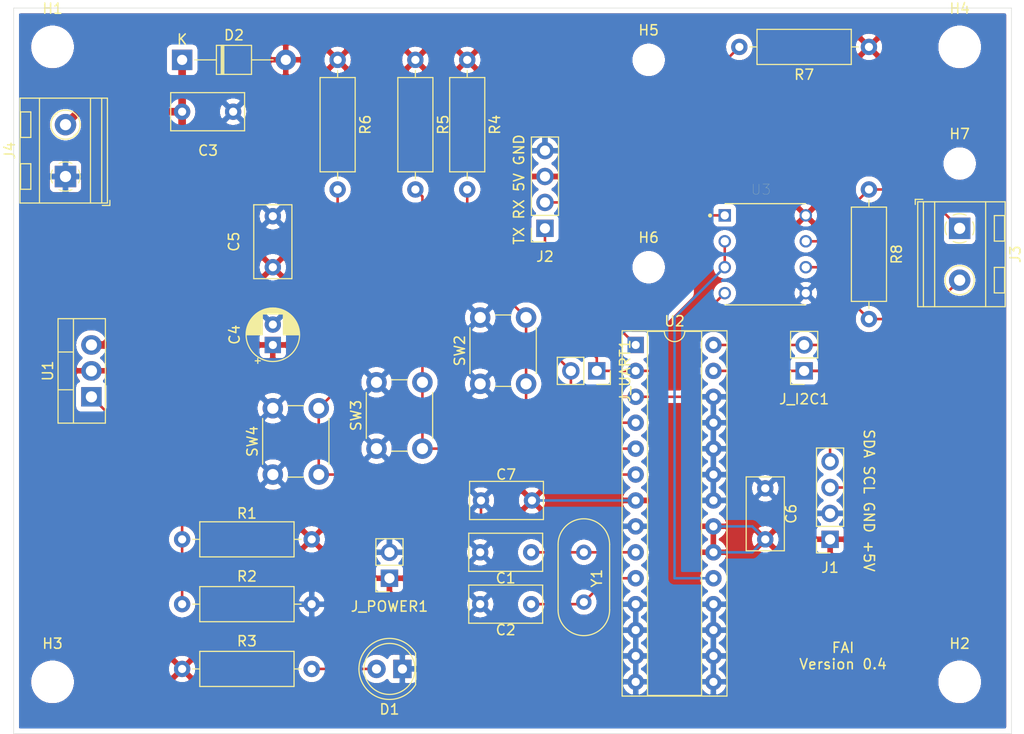
<source format=kicad_pcb>
(kicad_pcb (version 20171130) (host pcbnew "(5.1.6)-1")
  (layers (0 F.Cu signal) (31 B.Cu signal) (34 B.Paste user) (35 F.Paste user) (36 B.SilkS user) (37 F.SilkS user) (38 B.Mask user) (39 F.Mask user) (44 Edge.Cuts user))
  (net 0 "")
  (net 1 "Net-(C1-Pad2)")
  (net 2 GND)
  (net 3 "Net-(C2-Pad2)")
  (net 4 +28V)
  (net 5 +5V)
  (net 6 "Net-(D1-Pad2)")
  (net 7 "Net-(R1-Pad2)")
  (net 8 /PIN2)
  (net 9 /PIN3)
  (net 10 /PIN4)
  (net 11 /SCL)
  (net 12 /SDA)
  (net 13 "Net-(R7-Pad2)")
  (net 14 /RX)
  (net 15 /TX)
  (net 16 "Net-(J3-Pad2)")
  (net 17 "Net-(J3-Pad1)")
  (net 18 /TXDE)
  (module MAX485:DIP794W47P254L991H457Q8 (layer F.Cu) (at 110.49 128.27)
    (fp_text reference U3 (at -0.425 -6.345) (layer F.SilkS) (effects (font (thickness 0.015))))
    (fp_text value MAX485E)
    (pad 8 thru_hole circle (at 3.97 -3.81) (size 1.22 1.22) (drill 0.81) (layers *.Cu *.Mask) (net 5 +5V))
    (pad 7 thru_hole circle (at 3.97 -1.27) (size 1.22 1.22) (drill 0.81) (layers *.Cu *.Mask) (net 17 "Net-(J3-Pad1)"))
    (pad 6 thru_hole circle (at 3.97 1.27) (size 1.22 1.22) (drill 0.81) (layers *.Cu *.Mask) (net 16 "Net-(J3-Pad2)"))
    (pad 5 thru_hole circle (at 3.97 3.81) (size 1.22 1.22) (drill 0.81) (layers *.Cu *.Mask) (net 2 GND))
    (pad 4 thru_hole circle (at -3.97 3.81) (size 1.22 1.22) (drill 0.81) (layers *.Cu *.Mask) (net 15 /TX))
    (pad 3 thru_hole circle (at -3.97 1.27) (size 1.22 1.22) (drill 0.81) (layers *.Cu *.Mask) (net 18 /TXDE))
    (pad 2 thru_hole circle (at -3.97 -1.27) (size 1.22 1.22) (drill 0.81) (layers *.Cu *.Mask) (net 18 /TXDE))
    (pad 1 thru_hole rect (at -3.97 -3.81) (size 1.22 1.22) (drill 0.81) (layers *.Cu *.Mask) (net 14 /RX))
  )
  (module Resistor:R_Axial_DIN0309_L9.0mm_D3.2mm_P12.70mm_Horizontal (layer F.Cu) (at 120.65 121.92 270)
    (fp_text reference R8 (at 6.35 -2.72 90) (layer F.SilkS))
    (fp_text value 120)
    (pad 2 thru_hole oval (at 12.7 0 270) (size 1.6 1.6) (drill 0.8) (layers *.Cu *.Mask) (net 16 "Net-(J3-Pad2)"))
    (pad 1 thru_hole circle (at 0 0 270) (size 1.6 1.6) (drill 0.8) (layers *.Cu *.Mask) (net 17 "Net-(J3-Pad1)"))
  )
  (module TerminalBlock_RND:TerminalBlock_RND_205-00232_1x02_P5.08mm_Horizontal (layer F.Cu) (at 129.54 125.73 270)
    (fp_text reference J3 (at 2.54 -5.46 90) (layer F.SilkS))
    (fp_text value Screw_Terminal_01x02)
    (pad 2 thru_hole circle (at 5.08 0 270) (size 2.1 2.1) (drill 1.1) (layers *.Cu *.Mask) (net 16 "Net-(J3-Pad2)"))
    (pad 1 thru_hole rect (at 0 0 270) (size 2.1 2.1) (drill 1.1) (layers *.Cu *.Mask) (net 17 "Net-(J3-Pad1)"))
  )
  (module MountingHole:MountingHole_2.2mm_M2_ISO14580 (layer F.Cu) (at 129.54 119.38)
    (fp_text reference H7 (at 0 -2.9) (layer F.SilkS))
    (fp_text value MountingHole)
    (pad 1 np_thru_hole circle (at 0 0) (size 2.2 2.2) (drill 2.2) (layers *.Cu *.Mask))
  )
  (module MountingHole:MountingHole_2.2mm_M2_ISO14580 (layer F.Cu) (at 99.06 129.54)
    (fp_text reference H6 (at 0 -2.9) (layer F.SilkS))
    (fp_text value MountingHole)
    (pad 1 np_thru_hole circle (at 0 0) (size 2.2 2.2) (drill 2.2) (layers *.Cu *.Mask))
  )
  (module MountingHole:MountingHole_2.2mm_M2_ISO14580 (layer F.Cu) (at 99.06 109.22)
    (fp_text reference H5 (at 0 -2.9) (layer F.SilkS))
    (fp_text value MountingHole)
    (pad 1 np_thru_hole circle (at 0 0) (size 2.2 2.2) (drill 2.2) (layers *.Cu *.Mask))
  )
  (module "Connector THT:PinSocket_1x02_P2.54mm_Vertical" (layer F.Cu) (at 93.98 139.7 270)
    (fp_text reference J_UART1 (at 0 -2.77 270) (layer F.SilkS))
    (fp_text value Conn_01x02_Female)
    (pad 2 thru_hole oval (at 0 2.54 270) (size 1.7 1.7) (drill 1) (layers *.Cu *.Mask) (net 15 /TX))
    (pad 1 thru_hole rect (at 0 0 270) (size 1.7 1.7) (drill 1) (layers *.Cu *.Mask) (net 14 /RX))
  )
  (module "Connector THT:PinSocket_1x02_P2.54mm_Vertical" (layer F.Cu) (at 73.66 160.02 180)
    (fp_text reference J_POWER1 (at 0 -2.77 180) (layer F.SilkS))
    (fp_text value Conn_01x02_Female)
    (pad 2 thru_hole oval (at 0 2.54 180) (size 1.7 1.7) (drill 1) (layers *.Cu *.Mask) (net 2 GND))
    (pad 1 thru_hole rect (at 0 0 180) (size 1.7 1.7) (drill 1) (layers *.Cu *.Mask) (net 5 +5V))
  )
  (module "Connector THT:PinSocket_1x02_P2.54mm_Vertical" (layer F.Cu) (at 114.3 139.7 180)
    (fp_text reference J_I2C1 (at 0 -2.77 180) (layer F.SilkS))
    (fp_text value Conn_01x02_Female)
    (pad 2 thru_hole oval (at 0 2.54 180) (size 1.7 1.7) (drill 1) (layers *.Cu *.Mask) (net 11 /SCL))
    (pad 1 thru_hole rect (at 0 0 180) (size 1.7 1.7) (drill 1) (layers *.Cu *.Mask) (net 12 /SDA))
  )
  (module Capacitor_THT:C_Rect_L7.0mm_W3.5mm_P5.00mm (layer F.Cu) (at 62.23 129.54 90)
    (fp_text reference C5 (at 2.5 -3.81 90) (layer F.SilkS))
    (fp_text value 100nF)
    (pad 2 thru_hole circle (at 5 0 90) (size 1.6 1.6) (drill 0.8) (layers *.Cu *.Mask) (net 2 GND))
    (pad 1 thru_hole circle (at 0 0 90) (size 1.6 1.6) (drill 0.8) (layers *.Cu *.Mask) (net 5 +5V))
  )
  (module "Button THT:SW_PUSH_6mm_H5mm" (layer F.Cu) (at 62.23 149.86 90)
    (fp_text reference SW4 (at 3.25 -2 90) (layer F.SilkS))
    (fp_text value SW_Push)
    (pad 1 thru_hole circle (at 6.5 0 180) (size 2 2) (drill 1.1) (layers *.Cu *.Mask) (net 2 GND))
    (pad 2 thru_hole circle (at 6.5 4.5 180) (size 2 2) (drill 1.1) (layers *.Cu *.Mask) (net 10 /PIN4))
    (pad 1 thru_hole circle (at 0 0 180) (size 2 2) (drill 1.1) (layers *.Cu *.Mask) (net 2 GND))
    (pad 2 thru_hole circle (at 0 4.5 180) (size 2 2) (drill 1.1) (layers *.Cu *.Mask) (net 10 /PIN4))
  )
  (module "Connector THT:PinSocket_1x04_P2.54mm_Vertical" (layer F.Cu) (at 88.9 125.73 180)
    (fp_text reference J2 (at 0 -2.77) (layer F.SilkS))
    (fp_text value Conn_01x04_Female)
    (pad 4 thru_hole oval (at 0 7.62 180) (size 1.7 1.7) (drill 1) (layers *.Cu *.Mask) (net 2 GND))
    (pad 3 thru_hole oval (at 0 5.08 180) (size 1.7 1.7) (drill 1) (layers *.Cu *.Mask) (net 5 +5V))
    (pad 2 thru_hole oval (at 0 2.54 180) (size 1.7 1.7) (drill 1) (layers *.Cu *.Mask) (net 14 /RX))
    (pad 1 thru_hole rect (at 0 0 180) (size 1.7 1.7) (drill 1) (layers *.Cu *.Mask) (net 15 /TX))
  )
  (module "Connector THT:PinSocket_1x04_P2.54mm_Vertical" (layer F.Cu) (at 116.84 156.21 180)
    (fp_text reference J1 (at 0 -2.77 180) (layer F.SilkS))
    (fp_text value Conn_01x04_Female)
    (pad 4 thru_hole oval (at 0 7.62 180) (size 1.7 1.7) (drill 1) (layers *.Cu *.Mask) (net 12 /SDA))
    (pad 3 thru_hole oval (at 0 5.08 180) (size 1.7 1.7) (drill 1) (layers *.Cu *.Mask) (net 11 /SCL))
    (pad 2 thru_hole oval (at 0 2.54 180) (size 1.7 1.7) (drill 1) (layers *.Cu *.Mask) (net 2 GND))
    (pad 1 thru_hole rect (at 0 0 180) (size 1.7 1.7) (drill 1) (layers *.Cu *.Mask) (net 5 +5V))
  )
  (module Quartz:Crystal_HC49-4H_Vertical (layer F.Cu) (at 92.71 157.48 270)
    (fp_text reference Y1 (at 2.54 -1.27 90) (layer F.SilkS))
    (fp_text value 16Mhz)
    (pad 2 thru_hole circle (at 4.88 0 270) (size 1.5 1.5) (drill 0.8) (layers *.Cu *.Mask) (net 3 "Net-(C2-Pad2)"))
    (pad 1 thru_hole circle (at 0 0 270) (size 1.5 1.5) (drill 0.8) (layers *.Cu *.Mask) (net 1 "Net-(C1-Pad2)"))
  )
  (module "TO SOT THT:TO-220-3_Vertical" (layer F.Cu) (at 44.45 142.24 90)
    (fp_text reference U1 (at 2.54 -4.27 90) (layer F.SilkS))
    (fp_text value LM317_TO-220)
    (pad 3 thru_hole oval (at 5.08 0 90) (size 1.905 2) (drill 1.1) (layers *.Cu *.Mask) (net 4 +28V))
    (pad 2 thru_hole oval (at 2.54 0 90) (size 1.905 2) (drill 1.1) (layers *.Cu *.Mask) (net 5 +5V))
    (pad 1 thru_hole rect (at 0 0 90) (size 1.905 2) (drill 1.1) (layers *.Cu *.Mask) (net 7 "Net-(R1-Pad2)"))
  )
  (module "Button THT:SW_PUSH_6mm_H5mm" (layer F.Cu) (at 72.39 147.32 90)
    (fp_text reference SW3 (at 3.25 -2 270) (layer F.SilkS))
    (fp_text value SW_Push)
    (pad 1 thru_hole circle (at 6.5 0 180) (size 2 2) (drill 1.1) (layers *.Cu *.Mask) (net 2 GND))
    (pad 2 thru_hole circle (at 6.5 4.5 180) (size 2 2) (drill 1.1) (layers *.Cu *.Mask) (net 9 /PIN3))
    (pad 1 thru_hole circle (at 0 0 180) (size 2 2) (drill 1.1) (layers *.Cu *.Mask) (net 2 GND))
    (pad 2 thru_hole circle (at 0 4.5 180) (size 2 2) (drill 1.1) (layers *.Cu *.Mask) (net 9 /PIN3))
  )
  (module "Button THT:SW_PUSH_6mm_H5mm" (layer F.Cu) (at 82.55 140.97 90)
    (fp_text reference SW2 (at 3.25 -2 270) (layer F.SilkS))
    (fp_text value SW_Push)
    (pad 1 thru_hole circle (at 6.5 0 180) (size 2 2) (drill 1.1) (layers *.Cu *.Mask) (net 2 GND))
    (pad 2 thru_hole circle (at 6.5 4.5 180) (size 2 2) (drill 1.1) (layers *.Cu *.Mask) (net 8 /PIN2))
    (pad 1 thru_hole circle (at 0 0 180) (size 2 2) (drill 1.1) (layers *.Cu *.Mask) (net 2 GND))
    (pad 2 thru_hole circle (at 0 4.5 180) (size 2 2) (drill 1.1) (layers *.Cu *.Mask) (net 8 /PIN2))
  )
  (module LED:LED_D5.0mm_Clear (layer F.Cu) (at 74.93 168.91 180)
    (fp_text reference D1 (at 1.27 -3.96) (layer F.SilkS))
    (fp_text value "Power LED")
    (pad 2 thru_hole circle (at 2.54 0 180) (size 1.8 1.8) (drill 0.9) (layers *.Cu *.Mask) (net 6 "Net-(D1-Pad2)"))
    (pad 1 thru_hole rect (at 0 0 180) (size 1.8 1.8) (drill 0.9) (layers *.Cu *.Mask) (net 2 GND))
  )
  (module "Capacitor THT:C_Rect_L7.0mm_W3.5mm_P5.00mm" (layer F.Cu) (at 82.55 157.48)
    (fp_text reference C1 (at 2.5 2.54) (layer F.SilkS))
    (fp_text value 22pf)
    (pad 2 thru_hole circle (at 5 0) (size 1.6 1.6) (drill 0.8) (layers *.Cu *.Mask) (net 1 "Net-(C1-Pad2)"))
    (pad 1 thru_hole circle (at 0 0) (size 1.6 1.6) (drill 0.8) (layers *.Cu *.Mask) (net 2 GND))
  )
  (module "Capacitor THT:C_Rect_L7.0mm_W3.5mm_P5.00mm" (layer F.Cu) (at 82.55 162.56)
    (fp_text reference C2 (at 2.5 2.54) (layer F.SilkS))
    (fp_text value 22pf)
    (pad 1 thru_hole circle (at 0 0) (size 1.6 1.6) (drill 0.8) (layers *.Cu *.Mask) (net 2 GND))
    (pad 2 thru_hole circle (at 5 0) (size 1.6 1.6) (drill 0.8) (layers *.Cu *.Mask) (net 3 "Net-(C2-Pad2)"))
  )
  (module Capacitor_THT:C_Rect_L7.0mm_W3.5mm_P5.00mm (layer F.Cu) (at 53.34 114.3)
    (fp_text reference C3 (at 2.54 3.81) (layer F.SilkS))
    (fp_text value 100nF)
    (pad 1 thru_hole circle (at 0 0) (size 1.6 1.6) (drill 0.8) (layers *.Cu *.Mask) (net 4 +28V))
    (pad 2 thru_hole circle (at 5 0) (size 1.6 1.6) (drill 0.8) (layers *.Cu *.Mask) (net 2 GND))
  )
  (module "Capacitor THT:CP_Radial_D5.0mm_P2.00mm" (layer F.Cu) (at 62.23 137.16 90)
    (fp_text reference C4 (at 1 -3.75 90) (layer F.SilkS))
    (fp_text value 1uF)
    (pad 1 thru_hole rect (at 0 0 90) (size 1.6 1.6) (drill 0.8) (layers *.Cu *.Mask) (net 5 +5V))
    (pad 2 thru_hole circle (at 2 0 90) (size 1.6 1.6) (drill 0.8) (layers *.Cu *.Mask) (net 2 GND))
  )
  (module Capacitor_THT:C_Rect_L7.0mm_W3.5mm_P5.00mm (layer F.Cu) (at 110.49 156.21 90)
    (fp_text reference C6 (at 2.5 2.54 90) (layer F.SilkS))
    (fp_text value 100nF)
    (pad 1 thru_hole circle (at 0 0 90) (size 1.6 1.6) (drill 0.8) (layers *.Cu *.Mask) (net 5 +5V))
    (pad 2 thru_hole circle (at 5 0 90) (size 1.6 1.6) (drill 0.8) (layers *.Cu *.Mask) (net 2 GND))
  )
  (module Capacitor_THT:C_Rect_L7.0mm_W3.5mm_P5.00mm (layer F.Cu) (at 87.63 152.4 180)
    (fp_text reference C7 (at 2.54 2.54) (layer F.SilkS))
    (fp_text value 100nF)
    (pad 2 thru_hole circle (at 5 0 180) (size 1.6 1.6) (drill 0.8) (layers *.Cu *.Mask) (net 2 GND))
    (pad 1 thru_hole circle (at 0 0 180) (size 1.6 1.6) (drill 0.8) (layers *.Cu *.Mask) (net 5 +5V))
  )
  (module Package_DIP:DIP-28_W7.62mm_Socket (layer F.Cu) (at 97.79 137.16)
    (fp_text reference U2 (at 3.81 -2.33) (layer F.SilkS))
    (fp_text value ATmega328P-PU)
    (pad 1 thru_hole rect (at 0 0) (size 1.6 1.6) (drill 0.8) (layers *.Cu *.Mask) (net 13 "Net-(R7-Pad2)"))
    (pad 15 thru_hole oval (at 7.62 33.02) (size 1.6 1.6) (drill 0.8) (layers *.Cu *.Mask) (net 2 GND))
    (pad 2 thru_hole oval (at 0 2.54) (size 1.6 1.6) (drill 0.8) (layers *.Cu *.Mask) (net 14 /RX))
    (pad 16 thru_hole oval (at 7.62 30.48) (size 1.6 1.6) (drill 0.8) (layers *.Cu *.Mask) (net 2 GND))
    (pad 3 thru_hole oval (at 0 5.08) (size 1.6 1.6) (drill 0.8) (layers *.Cu *.Mask) (net 15 /TX))
    (pad 17 thru_hole oval (at 7.62 27.94) (size 1.6 1.6) (drill 0.8) (layers *.Cu *.Mask) (net 2 GND))
    (pad 4 thru_hole oval (at 0 7.62) (size 1.6 1.6) (drill 0.8) (layers *.Cu *.Mask) (net 8 /PIN2))
    (pad 18 thru_hole oval (at 7.62 25.4) (size 1.6 1.6) (drill 0.8) (layers *.Cu *.Mask) (net 2 GND))
    (pad 5 thru_hole oval (at 0 10.16) (size 1.6 1.6) (drill 0.8) (layers *.Cu *.Mask) (net 9 /PIN3))
    (pad 19 thru_hole oval (at 7.62 22.86) (size 1.6 1.6) (drill 0.8) (layers *.Cu *.Mask) (net 18 /TXDE))
    (pad 6 thru_hole oval (at 0 12.7) (size 1.6 1.6) (drill 0.8) (layers *.Cu *.Mask) (net 10 /PIN4))
    (pad 20 thru_hole oval (at 7.62 20.32) (size 1.6 1.6) (drill 0.8) (layers *.Cu *.Mask) (net 5 +5V))
    (pad 7 thru_hole oval (at 0 15.24) (size 1.6 1.6) (drill 0.8) (layers *.Cu *.Mask) (net 5 +5V))
    (pad 21 thru_hole oval (at 7.62 17.78) (size 1.6 1.6) (drill 0.8) (layers *.Cu *.Mask) (net 5 +5V))
    (pad 8 thru_hole oval (at 0 17.78) (size 1.6 1.6) (drill 0.8) (layers *.Cu *.Mask) (net 2 GND))
    (pad 22 thru_hole oval (at 7.62 15.24) (size 1.6 1.6) (drill 0.8) (layers *.Cu *.Mask) (net 2 GND))
    (pad 9 thru_hole oval (at 0 20.32) (size 1.6 1.6) (drill 0.8) (layers *.Cu *.Mask) (net 1 "Net-(C1-Pad2)"))
    (pad 23 thru_hole oval (at 7.62 12.7) (size 1.6 1.6) (drill 0.8) (layers *.Cu *.Mask) (net 2 GND))
    (pad 10 thru_hole oval (at 0 22.86) (size 1.6 1.6) (drill 0.8) (layers *.Cu *.Mask) (net 3 "Net-(C2-Pad2)"))
    (pad 24 thru_hole oval (at 7.62 10.16) (size 1.6 1.6) (drill 0.8) (layers *.Cu *.Mask) (net 2 GND))
    (pad 11 thru_hole oval (at 0 25.4) (size 1.6 1.6) (drill 0.8) (layers *.Cu *.Mask) (net 2 GND))
    (pad 25 thru_hole oval (at 7.62 7.62) (size 1.6 1.6) (drill 0.8) (layers *.Cu *.Mask) (net 2 GND))
    (pad 12 thru_hole oval (at 0 27.94) (size 1.6 1.6) (drill 0.8) (layers *.Cu *.Mask) (net 2 GND))
    (pad 26 thru_hole oval (at 7.62 5.08) (size 1.6 1.6) (drill 0.8) (layers *.Cu *.Mask) (net 2 GND))
    (pad 13 thru_hole oval (at 0 30.48) (size 1.6 1.6) (drill 0.8) (layers *.Cu *.Mask) (net 2 GND))
    (pad 27 thru_hole oval (at 7.62 2.54) (size 1.6 1.6) (drill 0.8) (layers *.Cu *.Mask) (net 12 /SDA))
    (pad 14 thru_hole oval (at 0 33.02) (size 1.6 1.6) (drill 0.8) (layers *.Cu *.Mask) (net 2 GND))
    (pad 28 thru_hole oval (at 7.62 0) (size 1.6 1.6) (drill 0.8) (layers *.Cu *.Mask) (net 11 /SCL))
  )
  (module "Diode THT:D_T-1_P10.16mm_Horizontal" (layer F.Cu) (at 53.34 109.22)
    (fp_text reference D2 (at 5.08 -2.42) (layer F.SilkS))
    (fp_text value D)
    (fp_text user K (at 0 -2) (layer F.SilkS))
    (pad 1 thru_hole rect (at 0 0) (size 2 2) (drill 1) (layers *.Cu *.Mask) (net 4 +28V))
    (pad 2 thru_hole oval (at 10.16 0) (size 2 2) (drill 1) (layers *.Cu *.Mask) (net 5 +5V))
  )
  (module MountingHole:MountingHole_3.2mm_M3_ISO14580 (layer F.Cu) (at 40.64 107.95)
    (fp_text reference H1 (at 0 -3.75) (layer F.SilkS))
    (fp_text value MountingHole)
    (pad 1 np_thru_hole circle (at 0 0) (size 3.2 3.2) (drill 3.2) (layers *.Cu *.Mask))
  )
  (module MountingHole:MountingHole_3.2mm_M3_ISO14580 (layer F.Cu) (at 129.54 170.18)
    (fp_text reference H2 (at 0 -3.75) (layer F.SilkS))
    (fp_text value MountingHole)
    (pad 1 np_thru_hole circle (at 0 0) (size 3.2 3.2) (drill 3.2) (layers *.Cu *.Mask))
  )
  (module MountingHole:MountingHole_3.2mm_M3_ISO14580 (layer F.Cu) (at 40.64 170.18)
    (fp_text reference H3 (at 0 -3.75) (layer F.SilkS))
    (fp_text value MountingHole)
    (pad 1 np_thru_hole circle (at 0 0) (size 3.2 3.2) (drill 3.2) (layers *.Cu *.Mask))
  )
  (module MountingHole:MountingHole_3.2mm_M3_ISO14580 (layer F.Cu) (at 129.54 107.95)
    (fp_text reference H4 (at 0 -3.75) (layer F.SilkS))
    (fp_text value MountingHole)
    (pad 1 np_thru_hole circle (at 0 0) (size 3.2 3.2) (drill 3.2) (layers *.Cu *.Mask))
  )
  (module Resistor:R_Axial_DIN0309_L9.0mm_D3.2mm_P12.70mm_Horizontal (layer F.Cu) (at 66.04 156.21 180)
    (fp_text reference R1 (at 6.35 2.54) (layer F.SilkS))
    (fp_text value 240)
    (pad 1 thru_hole circle (at 0 0 180) (size 1.6 1.6) (drill 0.8) (layers *.Cu *.Mask) (net 5 +5V))
    (pad 2 thru_hole oval (at 12.7 0 180) (size 1.6 1.6) (drill 0.8) (layers *.Cu *.Mask) (net 7 "Net-(R1-Pad2)"))
  )
  (module Resistor:R_Axial_DIN0309_L9.0mm_D3.2mm_P12.70mm_Horizontal (layer F.Cu) (at 53.34 162.56)
    (fp_text reference R2 (at 6.35 -2.72) (layer F.SilkS))
    (fp_text value 720)
    (pad 2 thru_hole oval (at 12.7 0) (size 1.6 1.6) (drill 0.8) (layers *.Cu *.Mask) (net 2 GND))
    (pad 1 thru_hole circle (at 0 0) (size 1.6 1.6) (drill 0.8) (layers *.Cu *.Mask) (net 7 "Net-(R1-Pad2)"))
  )
  (module Resistor:R_Axial_DIN0309_L9.0mm_D3.2mm_P12.70mm_Horizontal (layer F.Cu) (at 53.34 168.91)
    (fp_text reference R3 (at 6.35 -2.72 180) (layer F.SilkS))
    (fp_text value 1K)
    (pad 1 thru_hole circle (at 0 0) (size 1.6 1.6) (drill 0.8) (layers *.Cu *.Mask) (net 5 +5V))
    (pad 2 thru_hole oval (at 12.7 0) (size 1.6 1.6) (drill 0.8) (layers *.Cu *.Mask) (net 6 "Net-(D1-Pad2)"))
  )
  (module Resistor:R_Axial_DIN0309_L9.0mm_D3.2mm_P12.70mm_Horizontal (layer F.Cu) (at 81.28 109.22 270)
    (fp_text reference R4 (at 6.35 -2.72 90) (layer F.SilkS))
    (fp_text value 10k)
    (pad 2 thru_hole oval (at 12.7 0 270) (size 1.6 1.6) (drill 0.8) (layers *.Cu *.Mask) (net 8 /PIN2))
    (pad 1 thru_hole circle (at 0 0 270) (size 1.6 1.6) (drill 0.8) (layers *.Cu *.Mask) (net 5 +5V))
  )
  (module Resistor:R_Axial_DIN0309_L9.0mm_D3.2mm_P12.70mm_Horizontal (layer F.Cu) (at 76.2 109.22 270)
    (fp_text reference R5 (at 6.35 -2.72 90) (layer F.SilkS))
    (fp_text value 10k)
    (pad 1 thru_hole circle (at 0 0 270) (size 1.6 1.6) (drill 0.8) (layers *.Cu *.Mask) (net 5 +5V))
    (pad 2 thru_hole oval (at 12.7 0 270) (size 1.6 1.6) (drill 0.8) (layers *.Cu *.Mask) (net 9 /PIN3))
  )
  (module Resistor:R_Axial_DIN0309_L9.0mm_D3.2mm_P12.70mm_Horizontal (layer F.Cu) (at 68.58 109.22 270)
    (fp_text reference R6 (at 6.35 -2.72 90) (layer F.SilkS))
    (fp_text value 10k)
    (pad 2 thru_hole oval (at 12.7 0 270) (size 1.6 1.6) (drill 0.8) (layers *.Cu *.Mask) (net 10 /PIN4))
    (pad 1 thru_hole circle (at 0 0 270) (size 1.6 1.6) (drill 0.8) (layers *.Cu *.Mask) (net 5 +5V))
  )
  (module TerminalBlock_RND:TerminalBlock_RND_205-00232_1x02_P5.08mm_Horizontal (layer F.Cu) (at 41.91 120.65 90)
    (fp_text reference J4 (at 2.54 -5.46 90) (layer F.SilkS))
    (fp_text value Screw_Terminal_01x02)
    (pad 1 thru_hole rect (at 0 0 90) (size 2.1 2.1) (drill 1.1) (layers *.Cu *.Mask) (net 2 GND))
    (pad 2 thru_hole circle (at 5.08 0 90) (size 2.1 2.1) (drill 1.1) (layers *.Cu *.Mask) (net 4 +28V))
  )
  (module Resistor:R_Axial_DIN0309_L9.0mm_D3.2mm_P12.70mm_Horizontal (layer F.Cu) (at 120.65 107.95 180)
    (fp_text reference R7 (at 6.35 -2.72) (layer F.SilkS))
    (fp_text value 10k)
    (pad 1 thru_hole circle (at 0 0 180) (size 1.6 1.6) (drill 0.8) (layers *.Cu *.Mask) (net 5 +5V))
    (pad 2 thru_hole oval (at 12.7 0 180) (size 1.6 1.6) (drill 0.8) (layers *.Cu *.Mask) (net 13 "Net-(R7-Pad2)"))
  )
  (gr_text "SDA SCL GND +5V" (at 120.65 152.4 270) (layer F.SilkS) (effects (font (size 1 1))))
  (gr_text "FAI\nVersion 0.4" (at 118.11 167.64) (layer F.SilkS) (effects (font (size 1 1))))
  (gr_text "TX RX 5V GND" (at 86.36 121.92 90) (layer F.SilkS) (effects (font (size 1 1))))
  (gr_line (start 36.83 175.26) (end 36.83 104.14) (angle 90) (layer Edge.Cuts) (width 0.05))
  (gr_line (start 38.1 175.26) (end 36.83 175.26) (angle 90) (layer Edge.Cuts) (width 0.05))
  (gr_line (start 134.62 175.26) (end 38.1 175.26) (angle 90) (layer Edge.Cuts) (width 0.05))
  (gr_line (start 134.62 104.14) (end 134.62 175.26) (angle 90) (layer Edge.Cuts) (width 0.05))
  (gr_line (start 36.83 104.14) (end 134.62 104.14) (angle 90) (layer Edge.Cuts) (width 0.05))
  (segment (start 97.79 157.48) (end 92.71 157.48) (width 0.25) (layer F.Cu) (net 1))
  (segment (start 87.55 157.48) (end 92.71 157.48) (width 0.25) (layer F.Cu) (net 1))
  (via (at 105.41 167.64) (size 0.8) (drill 0.4) (layers F.Cu B.Cu) (net 2))
  (via (at 105.41 170.18) (size 0.8) (drill 0.4) (layers F.Cu B.Cu) (net 2))
  (segment (start 109.3 152.4) (end 110.49 151.21) (width 0.25) (layer F.Cu) (net 2))
  (segment (start 105.41 152.4) (end 109.3 152.4) (width 0.25) (layer F.Cu) (net 2))
  (segment (start 82.63 152.4) (end 82.63 153.75) (width 0.25) (layer F.Cu) (net 2))
  (segment (start 83.82 154.94) (end 97.79 154.94) (width 0.25) (layer F.Cu) (net 2))
  (segment (start 82.63 153.75) (end 83.82 154.94) (width 0.25) (layer F.Cu) (net 2))
  (segment (start 97.59 159.82) (end 97.79 160.02) (width 0.25) (layer F.Cu) (net 3))
  (segment (start 92.71 162.36) (end 95.05 160.02) (width 0.25) (layer F.Cu) (net 3))
  (segment (start 95.05 160.02) (end 97.79 160.02) (width 0.25) (layer F.Cu) (net 3))
  (segment (start 92.51 162.56) (end 92.71 162.36) (width 0.25) (layer F.Cu) (net 3))
  (segment (start 87.55 162.56) (end 92.51 162.56) (width 0.25) (layer F.Cu) (net 3))
  (segment (start 53.34 109.22) (end 53.34 114.3) (width 0.75) (layer F.Cu) (net 4))
  (segment (start 43.18 114.3) (end 41.91 115.57) (width 0.75) (layer F.Cu) (net 4))
  (segment (start 53.34 114.3) (end 43.18 114.3) (width 0.75) (layer F.Cu) (net 4))
  (segment (start 44.45 137.16) (end 45.72 137.16) (width 0.75) (layer F.Cu) (net 4))
  (segment (start 53.34 129.54) (end 53.34 114.3) (width 0.75) (layer F.Cu) (net 4))
  (segment (start 45.72 137.16) (end 53.34 129.54) (width 0.75) (layer F.Cu) (net 4))
  (segment (start 97.79 152.4) (end 87.63 152.4) (width 0.25) (layer B.Cu) (net 5))
  (segment (start 105.41 154.94) (end 109.22 154.94) (width 0.25) (layer B.Cu) (net 5))
  (segment (start 109.22 154.94) (end 110.49 156.21) (width 0.25) (layer B.Cu) (net 5))
  (segment (start 110.49 156.21) (end 109.22 157.48) (width 0.25) (layer B.Cu) (net 5))
  (segment (start 109.22 157.48) (end 105.41 157.48) (width 0.25) (layer B.Cu) (net 5))
  (segment (start 66.04 168.91) (end 72.39 168.91) (width 0.25) (layer F.Cu) (net 6))
  (segment (start 53.34 162.56) (end 53.34 156.21) (width 0.25) (layer F.Cu) (net 7))
  (segment (start 44.45 142.24) (end 53.34 151.13) (width 0.25) (layer F.Cu) (net 7))
  (segment (start 53.34 151.13) (end 53.34 156.21) (width 0.25) (layer F.Cu) (net 7))
  (segment (start 97.584999 144.574999) (end 97.79 144.78) (width 0.25) (layer B.Cu) (net 8))
  (segment (start 87.05 134.47) (end 87.05 140.97) (width 0.25) (layer F.Cu) (net 8))
  (segment (start 81.28 128.7) (end 87.05 134.47) (width 0.25) (layer F.Cu) (net 8))
  (segment (start 81.28 121.92) (end 81.28 128.7) (width 0.25) (layer F.Cu) (net 8))
  (segment (start 87.05 140.97) (end 87.05 142.93) (width 0.25) (layer F.Cu) (net 8))
  (segment (start 88.9 144.78) (end 97.79 144.78) (width 0.25) (layer F.Cu) (net 8))
  (segment (start 87.05 142.93) (end 88.9 144.78) (width 0.25) (layer F.Cu) (net 8))
  (segment (start 97.79 147.32) (end 76.89 147.32) (width 0.25) (layer F.Cu) (net 9))
  (segment (start 76.89 147.32) (end 76.89 140.82) (width 0.25) (layer F.Cu) (net 9))
  (segment (start 76.89 122.61) (end 76.2 121.92) (width 0.25) (layer F.Cu) (net 9))
  (segment (start 76.89 140.82) (end 76.89 122.61) (width 0.25) (layer F.Cu) (net 9))
  (segment (start 66.73 149.86) (end 97.79 149.86) (width 0.25) (layer F.Cu) (net 10))
  (segment (start 68.58 141.51) (end 66.73 143.36) (width 0.25) (layer F.Cu) (net 10))
  (segment (start 68.58 121.92) (end 68.58 141.51) (width 0.25) (layer F.Cu) (net 10))
  (segment (start 66.73 143.36) (end 66.73 149.86) (width 0.25) (layer F.Cu) (net 10))
  (segment (start 105.41 137.16) (end 120.65 137.16) (width 0.25) (layer F.Cu) (net 11))
  (segment (start 120.65 151.13) (end 116.84 151.13) (width 0.25) (layer F.Cu) (net 11))
  (segment (start 120.65 137.16) (end 120.65 151.13) (width 0.25) (layer F.Cu) (net 11))
  (segment (start 116.84 139.7) (end 105.41 139.7) (width 0.25) (layer F.Cu) (net 12))
  (segment (start 116.84 148.59) (end 116.84 139.7) (width 0.25) (layer F.Cu) (net 12))
  (segment (start 116.84 139.7) (end 114.3 139.7) (width 0.25) (layer F.Cu) (net 12))
  (segment (start 107.95 107.95) (end 93.98 121.92) (width 0.25) (layer F.Cu) (net 13))
  (segment (start 93.98 121.92) (end 93.98 134.62) (width 0.25) (layer F.Cu) (net 13))
  (segment (start 95.25 134.62) (end 97.79 137.16) (width 0.25) (layer F.Cu) (net 13))
  (segment (start 93.98 134.62) (end 95.25 134.62) (width 0.25) (layer F.Cu) (net 13))
  (segment (start 93.98 139.7) (end 97.79 139.7) (width 0.25) (layer F.Cu) (net 14))
  (segment (start 91.44 123.19) (end 88.9 123.19) (width 0.25) (layer F.Cu) (net 14))
  (segment (start 91.44 135.89) (end 91.44 123.19) (width 0.25) (layer F.Cu) (net 14))
  (segment (start 93.98 139.7) (end 93.98 138.43) (width 0.25) (layer F.Cu) (net 14))
  (segment (start 93.98 138.43) (end 91.44 135.89) (width 0.25) (layer F.Cu) (net 14))
  (segment (start 97.79 139.7) (end 100.33 139.7) (width 0.25) (layer F.Cu) (net 14))
  (segment (start 100.33 139.7) (end 100.33 134.62) (width 0.25) (layer F.Cu) (net 14))
  (segment (start 100.33 134.62) (end 102.87 132.08) (width 0.25) (layer F.Cu) (net 14))
  (segment (start 102.87 132.08) (end 102.87 125.73) (width 0.25) (layer F.Cu) (net 14))
  (segment (start 104.14 124.46) (end 106.52 124.46) (width 0.25) (layer F.Cu) (net 14))
  (segment (start 102.87 125.73) (end 104.14 124.46) (width 0.25) (layer F.Cu) (net 14))
  (segment (start 91.44 142.24) (end 91.44 139.7) (width 0.25) (layer F.Cu) (net 15))
  (segment (start 97.79 142.24) (end 91.44 142.24) (width 0.25) (layer F.Cu) (net 15))
  (segment (start 88.9 137.16) (end 88.9 125.73) (width 0.25) (layer F.Cu) (net 15))
  (segment (start 91.44 139.7) (end 88.9 137.16) (width 0.25) (layer F.Cu) (net 15))
  (segment (start 106.52 132.08) (end 102.87 135.73) (width 0.25) (layer F.Cu) (net 15))
  (segment (start 102.87 135.73) (end 102.87 142.24) (width 0.25) (layer F.Cu) (net 15))
  (segment (start 102.87 142.24) (end 97.79 142.24) (width 0.25) (layer F.Cu) (net 15))
  (segment (start 115.57 129.54) (end 120.65 134.62) (width 0.25) (layer F.Cu) (net 16))
  (segment (start 114.46 129.54) (end 115.57 129.54) (width 0.25) (layer F.Cu) (net 16))
  (segment (start 125.73 134.62) (end 129.54 130.81) (width 0.25) (layer F.Cu) (net 16))
  (segment (start 120.65 134.62) (end 125.73 134.62) (width 0.25) (layer F.Cu) (net 16))
  (segment (start 115.57 127) (end 120.65 121.92) (width 0.25) (layer F.Cu) (net 17))
  (segment (start 114.46 127) (end 115.57 127) (width 0.25) (layer F.Cu) (net 17))
  (segment (start 125.73 121.92) (end 129.54 125.73) (width 0.25) (layer F.Cu) (net 17))
  (segment (start 120.65 121.92) (end 125.73 121.92) (width 0.25) (layer F.Cu) (net 17))
  (segment (start 106.52 127) (end 106.52 129.54) (width 0.25) (layer F.Cu) (net 18))
  (segment (start 106.52 129.54) (end 101.6 134.46) (width 0.25) (layer B.Cu) (net 18))
  (segment (start 101.6 134.46) (end 101.6 160.02) (width 0.25) (layer B.Cu) (net 18))
  (segment (start 101.6 160.02) (end 105.41 160.02) (width 0.25) (layer B.Cu) (net 18))
  (zone (net 2) (net_name GND) (layer B.Cu) (connect_pads (clearance 0.508)) (min_thickness 0.254) (fill yes (arc_segments 32) (thermal_gap 0.508) (thermal_bridge_width 0.508))
    (polygon (pts (xy 134.62 175.26) (xy 36.83 175.26) (xy 36.83 104.14) (xy 134.62 104.14)))
  )
  (zone (net 5) (net_name +5V) (layer F.Cu) (connect_pads (clearance 0.508)) (min_thickness 0.254) (fill yes (arc_segments 32) (thermal_gap 0.508) (thermal_bridge_width 0.508))
    (polygon (pts (xy 134.62 175.26) (xy 36.83 175.26) (xy 36.83 104.14) (xy 134.62 104.14)))
  )
  (zone (net 5) (net_name +5V) (layer F.Cu) (connect_pads (clearance 0.508)) (min_thickness 0.254) (fill yes (arc_segments 32) (thermal_gap 0.508) (thermal_bridge_width 0.508))
    (polygon (pts (xy 134.62 175.26) (xy 36.83 175.26) (xy 36.83 104.14) (xy 134.62 104.14)))
  )
  (zone (net 2) (net_name GND) (layer B.Cu) (connect_pads (clearance 0.508)) (min_thickness 0.254) (fill yes (arc_segments 32) (thermal_gap 0.508) (thermal_bridge_width 0.508))
    (polygon (pts (xy 134.62 175.26) (xy 36.83 175.26) (xy 36.83 104.14) (xy 134.62 104.14)))
  )
  (zone (net 5) (net_name +5V) (layer F.Cu) (connect_pads (clearance 0.508)) (min_thickness 0.254) (fill yes (arc_segments 32) (thermal_gap 0.508) (thermal_bridge_width 0.508))
    (polygon (pts (xy 134.62 175.26) (xy 36.83 175.26) (xy 36.83 104.14) (xy 134.62 104.14)))
  )
  (zone (net 2) (net_name GND) (layer B.Cu) (connect_pads (clearance 0.508)) (min_thickness 0.254) (fill yes (arc_segments 32) (thermal_gap 0.508) (thermal_bridge_width 0.508))
    (polygon (pts (xy 134.62 175.26) (xy 36.83 175.26) (xy 36.83 104.14) (xy 134.62 104.14)))
  )
  (zone (net 5) (net_name +5V) (layer F.Cu) (connect_pads (clearance 0.508)) (min_thickness 0.254) (fill yes (arc_segments 32) (thermal_gap 0.508) (thermal_bridge_width 0.508))
    (polygon (pts (xy 134.62 175.26) (xy 36.83 175.26) (xy 36.83 104.14) (xy 134.62 104.14)))
  )
  (zone (net 2) (net_name GND) (layer B.Cu) (connect_pads (clearance 0.508)) (min_thickness 0.254) (fill yes (arc_segments 32) (thermal_gap 0.508) (thermal_bridge_width 0.508))
    (polygon (pts (xy 134.62 175.26) (xy 36.83 175.26) (xy 36.83 104.14) (xy 134.62 104.14)))
  )
  (zone (net 5) (net_name +5V) (layer F.Cu) (connect_pads (clearance 0.508)) (min_thickness 0.254) (fill yes (arc_segments 32) (thermal_gap 0.508) (thermal_bridge_width 0.508))
    (polygon (pts (xy 134.62 175.26) (xy 134.62 104.14) (xy 36.83 104.14) (xy 36.83 175.26)))
  )
  (zone (net 2) (net_name GND) (layer B.Cu) (connect_pads (clearance 0.508)) (min_thickness 0.254) (fill yes (arc_segments 32) (thermal_gap 0.508) (thermal_bridge_width 0.508))
    (polygon (pts (xy 134.62 175.26) (xy 134.62 104.14) (xy 36.83 104.14) (xy 36.83 175.26)))
  )
  (zone (net 5) (net_name +5V) (layer F.Cu) (connect_pads (clearance 0.508)) (min_thickness 0.254) (fill yes (arc_segments 32) (thermal_gap 0.508) (thermal_bridge_width 0.508))
    (polygon (pts (xy 134.62 175.26) (xy 36.83 175.26) (xy 36.83 104.14) (xy 134.62 104.14)))
  )
  (zone (net 2) (net_name GND) (layer B.Cu) (connect_pads (clearance 0.508)) (min_thickness 0.254) (fill yes (arc_segments 32) (thermal_gap 0.508) (thermal_bridge_width 0.508))
    (polygon (pts (xy 134.62 175.26) (xy 36.83 175.26) (xy 36.83 104.14) (xy 134.62 104.14)))
  )
)
</source>
